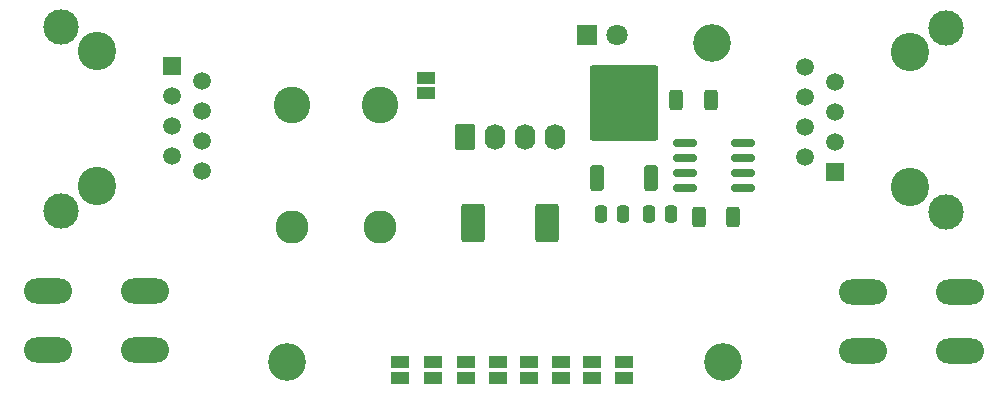
<source format=gts>
G04 #@! TF.GenerationSoftware,KiCad,Pcbnew,8.0.0*
G04 #@! TF.CreationDate,2024-12-06T13:06:33-06:00*
G04 #@! TF.ProjectId,led_segment,6c65645f-7365-4676-9d65-6e742e6b6963,rev?*
G04 #@! TF.SameCoordinates,Original*
G04 #@! TF.FileFunction,Soldermask,Top*
G04 #@! TF.FilePolarity,Negative*
%FSLAX46Y46*%
G04 Gerber Fmt 4.6, Leading zero omitted, Abs format (unit mm)*
G04 Created by KiCad (PCBNEW 8.0.0) date 2024-12-06 13:06:33*
%MOMM*%
%LPD*%
G01*
G04 APERTURE LIST*
G04 Aperture macros list*
%AMRoundRect*
0 Rectangle with rounded corners*
0 $1 Rounding radius*
0 $2 $3 $4 $5 $6 $7 $8 $9 X,Y pos of 4 corners*
0 Add a 4 corners polygon primitive as box body*
4,1,4,$2,$3,$4,$5,$6,$7,$8,$9,$2,$3,0*
0 Add four circle primitives for the rounded corners*
1,1,$1+$1,$2,$3*
1,1,$1+$1,$4,$5*
1,1,$1+$1,$6,$7*
1,1,$1+$1,$8,$9*
0 Add four rect primitives between the rounded corners*
20,1,$1+$1,$2,$3,$4,$5,0*
20,1,$1+$1,$4,$5,$6,$7,0*
20,1,$1+$1,$6,$7,$8,$9,0*
20,1,$1+$1,$8,$9,$2,$3,0*%
G04 Aperture macros list end*
%ADD10R,1.800000X1.800000*%
%ADD11C,1.800000*%
%ADD12R,1.500000X1.000000*%
%ADD13RoundRect,0.250000X0.312500X0.625000X-0.312500X0.625000X-0.312500X-0.625000X0.312500X-0.625000X0*%
%ADD14C,2.804000*%
%ADD15C,3.104000*%
%ADD16C,3.200000*%
%ADD17RoundRect,0.250000X-0.312500X-0.625000X0.312500X-0.625000X0.312500X0.625000X-0.312500X0.625000X0*%
%ADD18O,4.064800X2.134400*%
%ADD19C,3.250000*%
%ADD20R,1.500000X1.500000*%
%ADD21C,1.500000*%
%ADD22C,3.000000*%
%ADD23RoundRect,0.250000X-0.250000X-0.475000X0.250000X-0.475000X0.250000X0.475000X-0.250000X0.475000X0*%
%ADD24RoundRect,0.150000X-0.825000X-0.150000X0.825000X-0.150000X0.825000X0.150000X-0.825000X0.150000X0*%
%ADD25RoundRect,0.250000X0.750000X1.400000X-0.750000X1.400000X-0.750000X-1.400000X0.750000X-1.400000X0*%
%ADD26RoundRect,0.250000X0.350000X-0.850000X0.350000X0.850000X-0.350000X0.850000X-0.350000X-0.850000X0*%
%ADD27RoundRect,0.249997X2.650003X-2.950003X2.650003X2.950003X-2.650003X2.950003X-2.650003X-2.950003X0*%
%ADD28RoundRect,0.250000X-0.620000X-0.845000X0.620000X-0.845000X0.620000X0.845000X-0.620000X0.845000X0*%
%ADD29O,1.740000X2.190000*%
G04 APERTURE END LIST*
D10*
X193525000Y-122600000D03*
D11*
X196065000Y-122600000D03*
D12*
X177710000Y-150340000D03*
X177710000Y-151640000D03*
D13*
X204000000Y-128100000D03*
X201075000Y-128100000D03*
D12*
X188632000Y-150340000D03*
X188632000Y-151640000D03*
D14*
X176024000Y-138881000D03*
D15*
X176024000Y-128581000D03*
D14*
X168524000Y-138881000D03*
D15*
X168524000Y-128581000D03*
D16*
X204100000Y-123300000D03*
D17*
X203000000Y-138000000D03*
X205925000Y-138000000D03*
D18*
X156090000Y-149276000D03*
X147890000Y-149276000D03*
X156090000Y-144276000D03*
X147890000Y-144276000D03*
D12*
X180504000Y-150340000D03*
X180504000Y-151640000D03*
D19*
X220900000Y-135530000D03*
X220900000Y-124100000D03*
D20*
X214550000Y-134260000D03*
D21*
X212010000Y-132990000D03*
X214550000Y-131720000D03*
X212010000Y-130450000D03*
X214550000Y-129180000D03*
X212010000Y-127910000D03*
X214550000Y-126640000D03*
X212010000Y-125370000D03*
D22*
X223950000Y-137585000D03*
X223950000Y-122045000D03*
D16*
X168100000Y-150300000D03*
D23*
X194698000Y-137742000D03*
X196598000Y-137742000D03*
D24*
X201797000Y-131773000D03*
X201797000Y-133043000D03*
X201797000Y-134313000D03*
X201797000Y-135583000D03*
X206747000Y-135583000D03*
X206747000Y-134313000D03*
X206747000Y-133043000D03*
X206747000Y-131773000D03*
D23*
X198750000Y-137742000D03*
X200650000Y-137742000D03*
D25*
X190100000Y-138550000D03*
X183900000Y-138550000D03*
D18*
X216882000Y-144349984D03*
X225082000Y-144349984D03*
X216882000Y-149349984D03*
X225082000Y-149349984D03*
D12*
X193966000Y-150325000D03*
X193966000Y-151625000D03*
X183298000Y-150340000D03*
X183298000Y-151640000D03*
D26*
X194378000Y-134694000D03*
D27*
X196658000Y-128394000D03*
D26*
X198938000Y-134694000D03*
D12*
X179900000Y-126250000D03*
X179900000Y-127550000D03*
D16*
X205000000Y-150300000D03*
D12*
X196633000Y-150340000D03*
X196633000Y-151640000D03*
D19*
X152000000Y-124000000D03*
X152000000Y-135430000D03*
D20*
X158350000Y-125270000D03*
D21*
X160890000Y-126540000D03*
X158350000Y-127810000D03*
X160890000Y-129080000D03*
X158350000Y-130350000D03*
X160890000Y-131620000D03*
X158350000Y-132890000D03*
X160890000Y-134160000D03*
D22*
X148950000Y-121945000D03*
X148950000Y-137485000D03*
D28*
X183170000Y-131250000D03*
D29*
X185710000Y-131250000D03*
X188250000Y-131250000D03*
X190790000Y-131250000D03*
D12*
X191299000Y-150325000D03*
X191299000Y-151625000D03*
X185950000Y-150340000D03*
X185950000Y-151640000D03*
M02*

</source>
